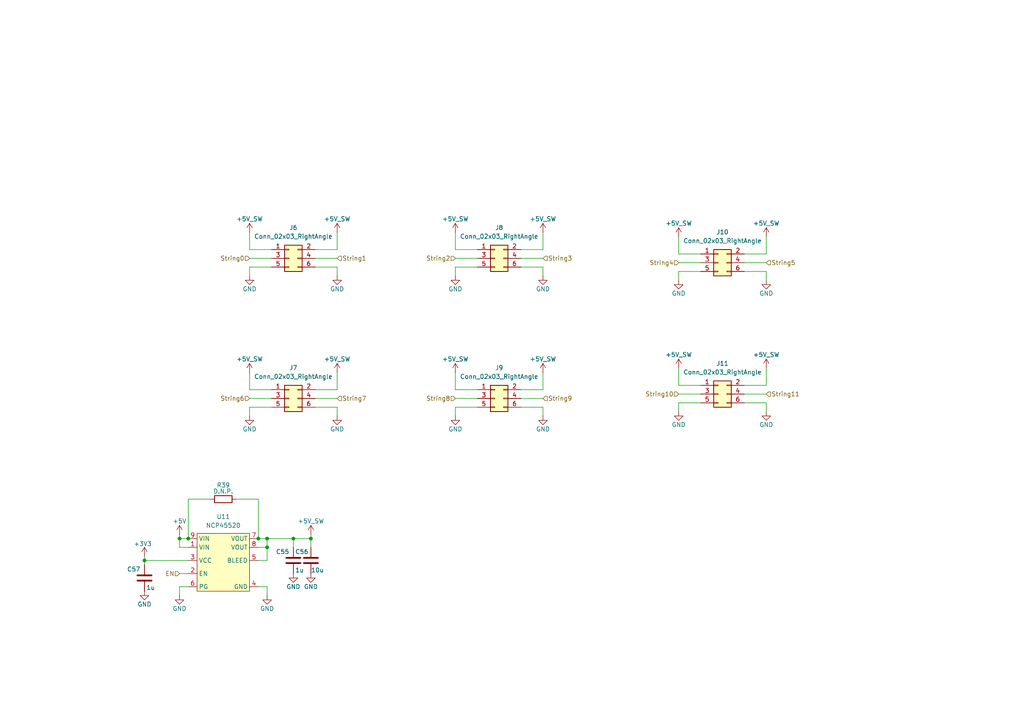
<source format=kicad_sch>
(kicad_sch (version 20231120) (generator "eeschema") (generator_version "8.0")
  (paper "A4")
  (title_block (title "Mermaid Control Unit") (date "2025-02-04") (rev "A") (company "Aurora Dreams Mermaids") (comment 1 "Designed by: Ondrej Ruzicka") (comment 4 "Outputs"))
  (lib_symbols
    (symbol "Connector_Generic:Conn_02x03_Odd_Even" (pin_names (offset 1.016) hide)
      (property "Reference" "J" (at 1.27 5.08 0))
      (property "Value" "Conn_02x03_Odd_Even" (at 1.27 -5.08 0))
      (symbol "Conn_02x03_Odd_Even_1_1"
        (rectangle (start -1.27 -2.413) (end 0 -2.667) (stroke (width 0.1524)))
        (rectangle (start -1.27 0.127) (end 0 -0.127) (stroke (width 0.1524)))
        (rectangle (start -1.27 2.667) (end 0 2.413) (stroke (width 0.1524)))
        (rectangle (start -1.27 3.81) (end 3.81 -3.81) (stroke (width 0.254)) (fill (type background)))
        (rectangle (start 3.81 -2.413) (end 2.54 -2.667) (stroke (width 0.1524)))
        (rectangle (start 3.81 0.127) (end 2.54 -0.127) (stroke (width 0.1524)))
        (rectangle (start 3.81 2.667) (end 2.54 2.413) (stroke (width 0.1524)))
        (pin passive line (at -5.08 2.54 0) (length 3.81) (name "Pin_1") (number "1"))
        (pin passive line (at 7.62 2.54 180) (length 3.81) (name "Pin_2") (number "2"))
        (pin passive line (at -5.08 0 0) (length 3.81) (name "Pin_3") (number "3"))
        (pin passive line (at 7.62 0 180) (length 3.81) (name "Pin_4") (number "4"))
        (pin passive line (at -5.08 -2.54 0) (length 3.81) (name "Pin_5") (number "5"))
        (pin passive line (at 7.62 -2.54 180) (length 3.81) (name "Pin_6") (number "6"))
      )
    )
    (symbol "Device:C" (pin_numbers hide) (pin_names (offset 0.254))
      (property "Reference" "C" (at 0.635 2.54 0))
      (property "Value" "C" (at 0.635 -2.54 0))
      (symbol "C_0_1"
        (polyline (pts (xy -2.032 -0.762) (xy 2.032 -0.762)) (stroke (width 0.508)))
        (polyline (pts (xy -2.032 0.762) (xy 2.032 0.762)) (stroke (width 0.508)))
      )
      (symbol "C_1_1"
        (pin passive line (at 0 3.81 270) (length 2.794) (name "~") (number "1"))
        (pin passive line (at 0 -3.81 90) (length 2.794) (name "~") (number "2"))
      )
    )
    (symbol "Device:R" (pin_numbers hide) (pin_names (offset 0))
      (property "Reference" "R" (at 2.032 0 90))
      (property "Value" "R" (at 0 0 90))
      (symbol "R_0_1"
        (rectangle (start -1.016 -2.54) (end 1.016 2.54) (stroke (width 0.254)))
      )
      (symbol "R_1_1"
        (pin passive line (at 0 3.81 270) (length 1.27) (name "~") (number "1"))
        (pin passive line (at 0 -3.81 90) (length 1.27) (name "~") (number "2"))
      )
    )
    (symbol "library:NCP45520"
      (property "Reference" "U" (at -6.858 8.89 0))
      (property "Value" "NCP45520" (at -1.27 -13.97 0))
      (symbol "NCP45520_0_1"
        (rectangle (start -7.62 7.874) (end 7.62 -8.89) (fill (type background)))
      )
      (symbol "NCP45520_1_1"
        (pin input line (at -10.16 3.81 0) (length 2.54) (name "VIN") (number "1"))
        (pin input line (at -10.16 -3.81 0) (length 2.54) (name "EN") (number "2"))
        (pin power_in line (at -10.16 0 0) (length 2.54) (name "VCC") (number "3"))
        (pin power_in line (at 10.16 -7.62 180) (length 2.54) (name "GND") (number "4"))
        (pin input line (at 10.16 0 180) (length 2.54) (name "BLEED") (number "5"))
        (pin output line (at -10.16 -7.62 0) (length 2.54) (name "PG") (number "6"))
        (pin output line (at 10.16 6.35 180) (length 2.54) (name "VOUT") (number "7"))
        (pin output line (at 10.16 3.81 180) (length 2.54) (name "VOUT") (number "8"))
        (pin input line (at -10.16 6.35 0) (length 2.54) (name "VIN") (number "9"))
      )
    )
    (symbol "power:+3V3" (power) (pin_numbers hide) (pin_names (offset 0) hide)
      (property "Value" "+3V3" (at 0 3.556 0))
      (symbol "+3V3_0_1"
        (polyline (pts (xy -0.762 1.27) (xy 0 2.54)))
        (polyline (pts (xy 0 0) (xy 0 2.54)))
        (polyline (pts (xy 0 2.54) (xy 0.762 1.27)))
      )
      (symbol "+3V3_1_1"
        (pin power_in line (at 0 0 90) (length 0) (name "~") (number "1"))
      )
    )
    (symbol "power:+5V" (power) (pin_numbers hide) (pin_names (offset 0) hide)
      (property "Value" "+5V" (at 0 3.556 0))
      (symbol "+5V_0_1"
        (polyline (pts (xy -0.762 1.27) (xy 0 2.54)))
        (polyline (pts (xy 0 0) (xy 0 2.54)))
        (polyline (pts (xy 0 2.54) (xy 0.762 1.27)))
      )
      (symbol "+5V_1_1"
        (pin power_in line (at 0 0 90) (length 0) (name "~") (number "1"))
      )
    )
    (symbol "power:GND" (power) (pin_numbers hide) (pin_names (offset 0) hide)
      (property "Value" "GND" (at 0 -3.81 0))
      (symbol "GND_0_1"
        (polyline (pts (xy 0 0) (xy 0 -1.27) (xy 1.27 -1.27) (xy 0 -2.54) (xy -1.27 -1.27) (xy 0 -1.27)))
      )
      (symbol "GND_1_1"
        (pin power_in line (at 0 0 270) (length 0) (name "~") (number "1"))
      )
    )
  )
  (junction (at 54.61 156.21))
  (junction (at 85.09 156.21))
  (junction (at 41.91 162.56))
  (junction (at 74.93 156.21))
  (junction (at 77.47 156.21))
  (junction (at 90.17 156.21))
  (junction (at 52.07 156.21))
  (junction (at 77.47 158.75))
  (wire (pts (xy 196.85 116.84) (xy 203.2 116.84)))
  (wire (pts (xy 77.47 170.18) (xy 77.47 172.72)))
  (wire (pts (xy 54.61 162.56) (xy 41.91 162.56)))
  (wire (pts (xy 41.91 162.56) (xy 41.91 163.83)))
  (wire (pts (xy 222.25 73.66) (xy 215.9 73.66)))
  (wire (pts (xy 90.17 154.94) (xy 90.17 156.21)))
  (wire (pts (xy 222.25 106.68) (xy 222.25 111.76)))
  (wire (pts (xy 157.48 115.57) (xy 151.13 115.57)))
  (wire (pts (xy 85.09 156.21) (xy 90.17 156.21)))
  (wire (pts (xy 54.61 156.21) (xy 54.61 144.78)))
  (wire (pts (xy 132.08 74.93) (xy 138.43 74.93)))
  (wire (pts (xy 157.48 77.47) (xy 151.13 77.47)))
  (wire (pts (xy 132.08 80.01) (xy 132.08 77.47)))
  (wire (pts (xy 196.85 76.2) (xy 203.2 76.2)))
  (wire (pts (xy 196.85 111.76) (xy 203.2 111.76)))
  (wire (pts (xy 90.17 156.21) (xy 90.17 158.75)))
  (wire (pts (xy 222.25 119.38) (xy 222.25 116.84)))
  (wire (pts (xy 196.85 106.68) (xy 196.85 111.76)))
  (wire (pts (xy 196.85 114.3) (xy 203.2 114.3)))
  (wire (pts (xy 196.85 73.66) (xy 203.2 73.66)))
  (wire (pts (xy 52.07 166.37) (xy 54.61 166.37)))
  (wire (pts (xy 97.79 107.95) (xy 97.79 113.03)))
  (wire (pts (xy 222.25 68.58) (xy 222.25 73.66)))
  (wire (pts (xy 74.93 144.78) (xy 74.93 156.21)))
  (wire (pts (xy 97.79 74.93) (xy 91.44 74.93)))
  (wire (pts (xy 72.39 118.11) (xy 78.74 118.11)))
  (wire (pts (xy 132.08 120.65) (xy 132.08 118.11)))
  (wire (pts (xy 74.93 162.56) (xy 77.47 162.56)))
  (wire (pts (xy 132.08 72.39) (xy 138.43 72.39)))
  (wire (pts (xy 74.93 156.21) (xy 77.47 156.21)))
  (wire (pts (xy 54.61 170.18) (xy 52.07 170.18)))
  (wire (pts (xy 157.48 120.65) (xy 157.48 118.11)))
  (wire (pts (xy 132.08 77.47) (xy 138.43 77.47)))
  (wire (pts (xy 77.47 162.56) (xy 77.47 158.75)))
  (wire (pts (xy 132.08 113.03) (xy 138.43 113.03)))
  (wire (pts (xy 74.93 158.75) (xy 77.47 158.75)))
  (wire (pts (xy 157.48 72.39) (xy 151.13 72.39)))
  (wire (pts (xy 72.39 120.65) (xy 72.39 118.11)))
  (wire (pts (xy 97.79 120.65) (xy 97.79 118.11)))
  (wire (pts (xy 157.48 113.03) (xy 151.13 113.03)))
  (wire (pts (xy 77.47 158.75) (xy 77.47 156.21)))
  (wire (pts (xy 54.61 158.75) (xy 52.07 158.75)))
  (wire (pts (xy 222.25 81.28) (xy 222.25 78.74)))
  (wire (pts (xy 157.48 74.93) (xy 151.13 74.93)))
  (wire (pts (xy 74.93 170.18) (xy 77.47 170.18)))
  (wire (pts (xy 196.85 78.74) (xy 203.2 78.74)))
  (wire (pts (xy 41.91 161.29) (xy 41.91 162.56)))
  (wire (pts (xy 72.39 107.95) (xy 72.39 113.03)))
  (wire (pts (xy 132.08 115.57) (xy 138.43 115.57)))
  (wire (pts (xy 196.85 119.38) (xy 196.85 116.84)))
  (wire (pts (xy 222.25 76.2) (xy 215.9 76.2)))
  (wire (pts (xy 222.25 111.76) (xy 215.9 111.76)))
  (wire (pts (xy 97.79 113.03) (xy 91.44 113.03)))
  (wire (pts (xy 85.09 156.21) (xy 85.09 158.75)))
  (wire (pts (xy 52.07 158.75) (xy 52.07 156.21)))
  (wire (pts (xy 54.61 144.78) (xy 60.96 144.78)))
  (wire (pts (xy 97.79 115.57) (xy 91.44 115.57)))
  (wire (pts (xy 222.25 114.3) (xy 215.9 114.3)))
  (wire (pts (xy 72.39 67.31) (xy 72.39 72.39)))
  (wire (pts (xy 52.07 156.21) (xy 54.61 156.21)))
  (wire (pts (xy 132.08 67.31) (xy 132.08 72.39)))
  (wire (pts (xy 157.48 107.95) (xy 157.48 113.03)))
  (wire (pts (xy 132.08 107.95) (xy 132.08 113.03)))
  (wire (pts (xy 52.07 156.21) (xy 52.07 154.94)))
  (wire (pts (xy 52.07 170.18) (xy 52.07 172.72)))
  (wire (pts (xy 157.48 80.01) (xy 157.48 77.47)))
  (wire (pts (xy 72.39 72.39) (xy 78.74 72.39)))
  (wire (pts (xy 196.85 81.28) (xy 196.85 78.74)))
  (wire (pts (xy 72.39 80.01) (xy 72.39 77.47)))
  (wire (pts (xy 157.48 67.31) (xy 157.48 72.39)))
  (wire (pts (xy 97.79 77.47) (xy 91.44 77.47)))
  (wire (pts (xy 222.25 78.74) (xy 215.9 78.74)))
  (wire (pts (xy 97.79 72.39) (xy 91.44 72.39)))
  (wire (pts (xy 72.39 113.03) (xy 78.74 113.03)))
  (wire (pts (xy 97.79 80.01) (xy 97.79 77.47)))
  (wire (pts (xy 72.39 77.47) (xy 78.74 77.47)))
  (wire (pts (xy 222.25 116.84) (xy 215.9 116.84)))
  (wire (pts (xy 97.79 67.31) (xy 97.79 72.39)))
  (wire (pts (xy 132.08 118.11) (xy 138.43 118.11)))
  (wire (pts (xy 72.39 74.93) (xy 78.74 74.93)))
  (wire (pts (xy 97.79 118.11) (xy 91.44 118.11)))
  (wire (pts (xy 72.39 115.57) (xy 78.74 115.57)))
  (wire (pts (xy 196.85 68.58) (xy 196.85 73.66)))
  (wire (pts (xy 157.48 118.11) (xy 151.13 118.11)))
  (wire (pts (xy 68.58 144.78) (xy 74.93 144.78)))
  (wire (pts (xy 77.47 156.21) (xy 85.09 156.21)))
  (hierarchical_label "String2" (shape input) (at 132.08 74.93 180))
  (hierarchical_label "String8" (shape input) (at 132.08 115.57 180))
  (hierarchical_label "String7" (shape input) (at 97.79 115.57 0))
  (hierarchical_label "String4" (shape input) (at 196.85 76.2 180))
  (hierarchical_label "String6" (shape input) (at 72.39 115.57 180))
  (hierarchical_label "String3" (shape input) (at 157.48 74.93 0))
  (hierarchical_label "String11" (shape input) (at 222.25 114.3 0))
  (hierarchical_label "String5" (shape input) (at 222.25 76.2 0))
  (hierarchical_label "String10" (shape input) (at 196.85 114.3 180))
  (hierarchical_label "String1" (shape input) (at 97.79 74.93 0))
  (hierarchical_label "String0" (shape input) (at 72.39 74.93 180))
  (hierarchical_label "String9" (shape input) (at 157.48 115.57 0))
  (hierarchical_label "EN" (shape input) (at 52.07 166.37 180))
  (symbol (lib_id "power:+5V") (at 52.07 154.94 0) (unit 1)
    (property "Reference" "#PWR0130" (effects (hide yes)))
    (property "Value" "+5V" (at 52.07 151.13 0))
    (property "Description" "Power symbol creates a global label with name \"+5V\"" (effects (hide yes)))
  )
  (symbol (lib_id "power:+5V") (at 157.48 67.31 0) (unit 1)
    (property "Reference" "#PWR0104" (effects (hide yes)))
    (property "Value" "+5V_SW" (at 157.48 63.5 0))
    (property "Description" "Power symbol creates a global label with name \"+5V\"" (effects (hide yes)))
  )
  (symbol (lib_id "Connector_Generic:Conn_02x03_Odd_Even") (at 208.28 114.3 0) (unit 1)
    (property "Reference" "J11" (at 209.55 105.41 0))
    (property "Value" "Conn_02x03_RightAngle" (at 209.55 107.95 0))
    (property "Footprint" "Library:PinHeader_2x03_P2.54mm_Horizontal_SmallSilk" (effects (hide yes)))
    (property "Description" "Generic connector, double row, 02x03, odd/even pin numbering scheme (row 1 odd numbers, row 2 even numbers), script generated (kicad-library-utils/schlib/autogen/connector/)" (effects (hide yes)))
    (property "Part Number" "BX-PZ2.54-2-3PWZ" (effects (hide yes)))
  )
  (symbol (lib_id "Connector_Generic:Conn_02x03_Odd_Even") (at 83.82 74.93 0) (unit 1)
    (property "Reference" "J6" (at 85.09 66.04 0))
    (property "Value" "Conn_02x03_RightAngle" (at 85.09 68.58 0))
    (property "Footprint" "Library:PinHeader_2x03_P2.54mm_Horizontal_SmallSilk" (effects (hide yes)))
    (property "Description" "Generic connector, double row, 02x03, odd/even pin numbering scheme (row 1 odd numbers, row 2 even numbers), script generated (kicad-library-utils/schlib/autogen/connector/)" (effects (hide yes)))
    (property "Part Number" "BX-PZ2.54-2-3PWZ" (effects (hide yes)))
  )
  (symbol (lib_id "power:+5V") (at 72.39 67.31 0) (unit 1)
    (property "Reference" "#PWR092" (effects (hide yes)))
    (property "Value" "+5V_SW" (at 72.39 63.5 0))
    (property "Description" "Power symbol creates a global label with name \"+5V\"" (effects (hide yes)))
  )
  (symbol (lib_id "power:GND") (at 157.48 80.01 0) (unit 1)
    (property "Reference" "#PWR0105" (effects (hide yes)))
    (property "Value" "GND" (at 157.48 83.82 0))
    (property "Description" "Power symbol creates a global label with name \"GND\" , ground" (effects (hide yes)))
  )
  (symbol (lib_id "power:GND") (at 196.85 119.38 0) (unit 1)
    (property "Reference" "#PWR0111" (effects (hide yes)))
    (property "Value" "GND" (at 196.85 123.19 0))
    (property "Description" "Power symbol creates a global label with name \"GND\" , ground" (effects (hide yes)))
  )
  (symbol (lib_id "power:+5V") (at 132.08 67.31 0) (unit 1)
    (property "Reference" "#PWR0100" (effects (hide yes)))
    (property "Value" "+5V_SW" (at 132.08 63.5 0))
    (property "Description" "Power symbol creates a global label with name \"+5V\"" (effects (hide yes)))
  )
  (symbol (lib_id "power:GND") (at 52.07 172.72 0) (unit 1)
    (property "Reference" "#PWR0136" (effects (hide yes)))
    (property "Value" "GND" (at 52.07 176.53 0))
    (property "Description" "Power symbol creates a global label with name \"GND\" , ground" (effects (hide yes)))
  )
  (symbol (lib_id "power:+5V") (at 196.85 106.68 0) (unit 1)
    (property "Reference" "#PWR098" (effects (hide yes)))
    (property "Value" "+5V_SW" (at 196.85 102.87 0))
    (property "Description" "Power symbol creates a global label with name \"+5V\"" (effects (hide yes)))
  )
  (symbol (lib_id "Connector_Generic:Conn_02x03_Odd_Even") (at 143.51 115.57 0) (unit 1)
    (property "Reference" "J9" (at 144.78 106.68 0))
    (property "Value" "Conn_02x03_RightAngle" (at 144.78 109.22 0))
    (property "Footprint" "Library:PinHeader_2x03_P2.54mm_Horizontal_SmallSilk" (effects (hide yes)))
    (property "Description" "Generic connector, double row, 02x03, odd/even pin numbering scheme (row 1 odd numbers, row 2 even numbers), script generated (kicad-library-utils/schlib/autogen/connector/)" (effects (hide yes)))
    (property "Part Number" "BX-PZ2.54-2-3PWZ" (effects (hide yes)))
  )
  (symbol (lib_id "Device:C") (at 90.17 162.56 0) (unit 1)
    (property "Reference" "C56" (at 85.598 160.02 0) (effects (justify left)))
    (property "Value" "10u" (at 90.17 165.354 0) (effects (justify left)))
    (property "Footprint" "Capacitor_SMD:C_0603_1608Metric" (effects (hide yes)))
    (property "Description" "Unpolarized capacitor" (effects (hide yes)))
    (property "Part Number" "CL10A106MA8NRNC " (effects (hide yes)))
  )
  (symbol (lib_id "Device:C") (at 41.91 167.64 0) (unit 1)
    (property "Reference" "C57" (at 36.83 165.1 0) (effects (justify left)))
    (property "Value" "1u" (at 42.418 170.434 0) (effects (justify left)))
    (property "Footprint" "Capacitor_SMD:C_0603_1608Metric" (effects (hide yes)))
    (property "Description" "Unpolarized capacitor" (effects (hide yes)))
    (property "Part Number" "CL10A105KB8NNNC " (effects (hide yes)))
  )
  (symbol (lib_id "power:+5V") (at 222.25 68.58 0) (unit 1)
    (property "Reference" "#PWR0112" (effects (hide yes)))
    (property "Value" "+5V_SW" (at 222.25 64.77 0))
    (property "Description" "Power symbol creates a global label with name \"+5V\"" (effects (hide yes)))
  )
  (symbol (lib_id "power:+5V") (at 132.08 107.95 0) (unit 1)
    (property "Reference" "#PWR0106" (effects (hide yes)))
    (property "Value" "+5V_SW" (at 132.08 104.14 0))
    (property "Description" "Power symbol creates a global label with name \"+5V\"" (effects (hide yes)))
  )
  (symbol (lib_id "power:GND") (at 222.25 81.28 0) (unit 1)
    (property "Reference" "#PWR0113" (effects (hide yes)))
    (property "Value" "GND" (at 222.25 85.09 0))
    (property "Description" "Power symbol creates a global label with name \"GND\" , ground" (effects (hide yes)))
  )
  (symbol (lib_id "power:GND") (at 90.17 166.37 0) (unit 1)
    (property "Reference" "#PWR0133" (effects (hide yes)))
    (property "Value" "GND" (at 90.17 170.18 0))
    (property "Description" "Power symbol creates a global label with name \"GND\" , ground" (effects (hide yes)))
  )
  (symbol (lib_id "power:GND") (at 85.09 166.37 0) (unit 1)
    (property "Reference" "#PWR0132" (effects (hide yes)))
    (property "Value" "GND" (at 85.09 170.18 0))
    (property "Description" "Power symbol creates a global label with name \"GND\" , ground" (effects (hide yes)))
  )
  (symbol (lib_id "power:+5V") (at 196.85 68.58 0) (unit 1)
    (property "Reference" "#PWR0108" (effects (hide yes)))
    (property "Value" "+5V_SW" (at 196.85 64.77 0))
    (property "Description" "Power symbol creates a global label with name \"+5V\"" (effects (hide yes)))
  )
  (symbol (lib_id "power:GND") (at 132.08 120.65 0) (unit 1)
    (property "Reference" "#PWR0103" (effects (hide yes)))
    (property "Value" "GND" (at 132.08 124.46 0))
    (property "Description" "Power symbol creates a global label with name \"GND\" , ground" (effects (hide yes)))
  )
  (symbol (lib_id "power:GND") (at 97.79 80.01 0) (unit 1)
    (property "Reference" "#PWR097" (effects (hide yes)))
    (property "Value" "GND" (at 97.79 83.82 0))
    (property "Description" "Power symbol creates a global label with name \"GND\" , ground" (effects (hide yes)))
  )
  (symbol (lib_id "power:+3V3") (at 41.91 161.29 0) (unit 1)
    (property "Reference" "#PWR0134" (effects (hide yes)))
    (property "Value" "+3V3" (at 41.402 157.734 0))
    (property "Description" "Power symbol creates a global label with name \"+3V3\"" (effects (hide yes)))
  )
  (symbol (lib_id "Device:R") (at 64.77 144.78 90) (unit 1)
    (property "Reference" "R39" (at 64.77 140.716 90))
    (property "Value" "D.N.P." (at 64.77 142.494 90))
    (property "Footprint" "Resistor_SMD:R_0603_1608Metric" (effects (hide yes)))
    (property "Description" "Resistor" (effects (hide yes)))
  )
  (symbol (lib_id "power:+5V") (at 97.79 67.31 0) (unit 1)
    (property "Reference" "#PWR096" (effects (hide yes)))
    (property "Value" "+5V_SW" (at 97.79 63.5 0))
    (property "Description" "Power symbol creates a global label with name \"+5V\"" (effects (hide yes)))
  )
  (symbol (lib_id "power:+5V") (at 97.79 107.95 0) (unit 1)
    (property "Reference" "#PWR0110" (effects (hide yes)))
    (property "Value" "+5V_SW" (at 97.79 104.14 0))
    (property "Description" "Power symbol creates a global label with name \"+5V\"" (effects (hide yes)))
  )
  (symbol (lib_id "library:NCP45520") (at 64.77 162.56 0) (unit 1)
    (property "Reference" "U11" (at 64.77 149.86 0))
    (property "Value" "NCP45520" (at 64.77 152.4 0))
    (property "Footprint" "Package_DFN_QFN:DFN-8-1EP_2x2mm_P0.5mm_EP1.05x1.75mm" (effects (hide yes)))
    (property "Datasheet" "https://www.lcsc.com/datasheet/lcsc_datasheet_2109101130_onsemi-NCP45520IMNTWG-L_C892466.pdf" (effects (hide yes)))
    (property "Description" "Load Switch with Low RON" (effects (hide yes)))
    (property "Part Number" "NCP45520IMNTWG-H " (effects (hide yes)))
  )
  (symbol (lib_id "Connector_Generic:Conn_02x03_Odd_Even") (at 208.28 76.2 0) (unit 1)
    (property "Reference" "J10" (at 209.55 67.31 0))
    (property "Value" "Conn_02x03_RightAngle" (at 209.55 69.85 0))
    (property "Footprint" "Library:PinHeader_2x03_P2.54mm_Horizontal_SmallSilk" (effects (hide yes)))
    (property "Description" "Generic connector, double row, 02x03, odd/even pin numbering scheme (row 1 odd numbers, row 2 even numbers), script generated (kicad-library-utils/schlib/autogen/connector/)" (effects (hide yes)))
    (property "Part Number" "BX-PZ2.54-2-3PWZ" (effects (hide yes)))
  )
  (symbol (lib_id "power:GND") (at 196.85 81.28 0) (unit 1)
    (property "Reference" "#PWR0109" (effects (hide yes)))
    (property "Value" "GND" (at 196.85 85.09 0))
    (property "Description" "Power symbol creates a global label with name \"GND\" , ground" (effects (hide yes)))
  )
  (symbol (lib_id "power:GND") (at 97.79 120.65 0) (unit 1)
    (property "Reference" "#PWR099" (effects (hide yes)))
    (property "Value" "GND" (at 97.79 124.46 0))
    (property "Description" "Power symbol creates a global label with name \"GND\" , ground" (effects (hide yes)))
  )
  (symbol (lib_id "power:GND") (at 157.48 120.65 0) (unit 1)
    (property "Reference" "#PWR0107" (effects (hide yes)))
    (property "Value" "GND" (at 157.48 124.46 0))
    (property "Description" "Power symbol creates a global label with name \"GND\" , ground" (effects (hide yes)))
  )
  (symbol (lib_id "power:+5V") (at 157.48 107.95 0) (unit 1)
    (property "Reference" "#PWR0102" (effects (hide yes)))
    (property "Value" "+5V_SW" (at 157.48 104.14 0))
    (property "Description" "Power symbol creates a global label with name \"+5V\"" (effects (hide yes)))
  )
  (symbol (lib_id "power:GND") (at 41.91 171.45 0) (unit 1)
    (property "Reference" "#PWR0135" (effects (hide yes)))
    (property "Value" "GND" (at 41.91 175.26 0))
    (property "Description" "Power symbol creates a global label with name \"GND\" , ground" (effects (hide yes)))
  )
  (symbol (lib_id "Connector_Generic:Conn_02x03_Odd_Even") (at 83.82 115.57 0) (unit 1)
    (property "Reference" "J7" (at 85.09 106.68 0))
    (property "Value" "Conn_02x03_RightAngle" (at 85.09 109.22 0))
    (property "Footprint" "Library:PinHeader_2x03_P2.54mm_Horizontal_SmallSilk" (effects (hide yes)))
    (property "Description" "Generic connector, double row, 02x03, odd/even pin numbering scheme (row 1 odd numbers, row 2 even numbers), script generated (kicad-library-utils/schlib/autogen/connector/)" (effects (hide yes)))
    (property "Part Number" "BX-PZ2.54-2-3PWZ" (effects (hide yes)))
  )
  (symbol (lib_id "power:GND") (at 132.08 80.01 0) (unit 1)
    (property "Reference" "#PWR0101" (effects (hide yes)))
    (property "Value" "GND" (at 132.08 83.82 0))
    (property "Description" "Power symbol creates a global label with name \"GND\" , ground" (effects (hide yes)))
  )
  (symbol (lib_id "power:GND") (at 72.39 80.01 0) (unit 1)
    (property "Reference" "#PWR093" (effects (hide yes)))
    (property "Value" "GND" (at 72.39 83.82 0))
    (property "Description" "Power symbol creates a global label with name \"GND\" , ground" (effects (hide yes)))
  )
  (symbol (lib_id "power:+5V") (at 90.17 154.94 0) (unit 1)
    (property "Reference" "#PWR0137" (effects (hide yes)))
    (property "Value" "+5V_SW" (at 90.17 151.13 0))
    (property "Description" "Power symbol creates a global label with name \"+5V\"" (effects (hide yes)))
  )
  (symbol (lib_id "power:GND") (at 77.47 172.72 0) (unit 1)
    (property "Reference" "#PWR0131" (effects (hide yes)))
    (property "Value" "GND" (at 77.47 176.53 0))
    (property "Description" "Power symbol creates a global label with name \"GND\" , ground" (effects (hide yes)))
  )
  (symbol (lib_id "Connector_Generic:Conn_02x03_Odd_Even") (at 143.51 74.93 0) (unit 1)
    (property "Reference" "J8" (at 144.78 66.04 0))
    (property "Value" "Conn_02x03_RightAngle" (at 144.78 68.58 0))
    (property "Footprint" "Library:PinHeader_2x03_P2.54mm_Horizontal_SmallSilk" (effects (hide yes)))
    (property "Description" "Generic connector, double row, 02x03, odd/even pin numbering scheme (row 1 odd numbers, row 2 even numbers), script generated (kicad-library-utils/schlib/autogen/connector/)" (effects (hide yes)))
    (property "Part Number" "BX-PZ2.54-2-3PWZ" (effects (hide yes)))
  )
  (symbol (lib_id "Device:C") (at 85.09 162.56 0) (unit 1)
    (property "Reference" "C55" (at 80.01 160.02 0) (effects (justify left)))
    (property "Value" "1u" (at 85.598 165.354 0) (effects (justify left)))
    (property "Footprint" "Capacitor_SMD:C_0603_1608Metric" (effects (hide yes)))
    (property "Description" "Unpolarized capacitor" (effects (hide yes)))
    (property "Part Number" "CL10A105KB8NNNC " (effects (hide yes)))
  )
  (symbol (lib_id "power:GND") (at 72.39 120.65 0) (unit 1)
    (property "Reference" "#PWR095" (effects (hide yes)))
    (property "Value" "GND" (at 72.39 124.46 0))
    (property "Description" "Power symbol creates a global label with name \"GND\" , ground" (effects (hide yes)))
  )
  (symbol (lib_id "power:+5V") (at 72.39 107.95 0) (unit 1)
    (property "Reference" "#PWR0114" (effects (hide yes)))
    (property "Value" "+5V_SW" (at 72.39 104.14 0))
    (property "Description" "Power symbol creates a global label with name \"+5V\"" (effects (hide yes)))
  )
  (symbol (lib_id "power:+5V") (at 222.25 106.68 0) (unit 1)
    (property "Reference" "#PWR094" (effects (hide yes)))
    (property "Value" "+5V_SW" (at 222.25 102.87 0))
    (property "Description" "Power symbol creates a global label with name \"+5V\"" (effects (hide yes)))
  )
  (symbol (lib_id "power:GND") (at 222.25 119.38 0) (unit 1)
    (property "Reference" "#PWR0115" (effects (hide yes)))
    (property "Value" "GND" (at 222.25 123.19 0))
    (property "Description" "Power symbol creates a global label with name \"GND\" , ground" (effects (hide yes)))
  )
)
</source>
